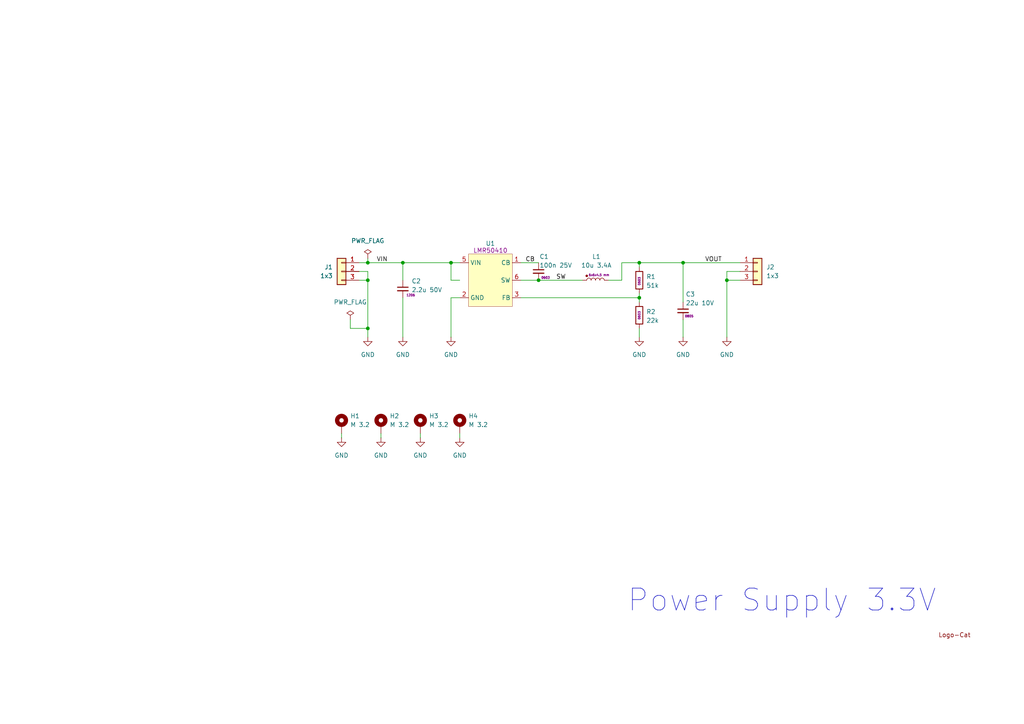
<source format=kicad_sch>
(kicad_sch (version 20250114) (generator "eeschema") (generator_version "9.0")
  (paper "A4")
  (lib_symbols
    (symbol "Actives:LMR50410"
      (property "Reference" "U" (at 0 10.668 0))
      (property "MOC" "LMR50410" (at 0 8.636 0))
      (symbol "LMR50410_1_1"
        (rectangle (start -6.35 7.62) (end 6.35 -7.62) (stroke (width 0.0064)) (fill (type background)))
        (pin power_in line (at -8.89 5.08 0) (length 2.54) (name "VIN") (number "5"))
        (pin input line (at -8.89 0 0) (length 2.54) (hide yes) (name "EN") (number "4"))
        (pin passive line (at -8.89 -5.08 0) (length 2.54) (name "GND") (number "2"))
        (pin output line (at 8.89 5.08 180) (length 2.54) (name "CB") (number "1"))
        (pin output line (at 8.89 0 180) (length 2.54) (name "SW") (number "6"))
        (pin input line (at 8.89 -5.08 180) (length 2.54) (name "FB") (number "3"))
      )
    )
    (symbol "Passives:C_100n_25V_0603" (pin_numbers (hide yes)) (pin_names (offset 0.254) (hide yes))
      (property "Reference" "C" (at 0.254 1.778 0))
      (property "Value" "100n 25V" (at 0.254 -2.032 0))
      (property "Size" "0603" (at 1.778 -1.524 0))
      (symbol "C_100n_25V_0603_0_1"
        (polyline (pts (xy -1.524 0.508) (xy 1.524 0.508)) (stroke (width 0.3048)))
        (polyline (pts (xy -1.524 -0.508) (xy 1.524 -0.508)) (stroke (width 0.3302)))
      )
      (symbol "C_100n_25V_0603_1_1"
        (pin passive line (at 0 2.54 270) (length 2.032) (name "~") (number "1"))
        (pin passive line (at 0 -2.54 90) (length 2.032) (name "~") (number "2"))
      )
    )
    (symbol "Passives:C_2.2u_50V_1206" (pin_numbers (hide yes)) (pin_names (offset 0.254) (hide yes))
      (property "Reference" "C" (at 0.254 1.778 0))
      (property "Value" "2.2u 50V" (at 0.254 -2.032 0))
      (property "Size" "1206" (at 1.524 -1.524 0))
      (symbol "C_2.2u_50V_1206_0_1"
        (polyline (pts (xy -1.524 0.508) (xy 1.524 0.508)) (stroke (width 0.3048)))
        (polyline (pts (xy -1.524 -0.508) (xy 1.524 -0.508)) (stroke (width 0.3302)))
      )
      (symbol "C_2.2u_50V_1206_1_1"
        (pin passive line (at 0 2.54 270) (length 2.032) (name "~") (number "1"))
        (pin passive line (at 0 -2.54 90) (length 2.032) (name "~") (number "2"))
      )
    )
    (symbol "Passives:C_22u_10V_0805" (pin_numbers (hide yes)) (pin_names (offset 0.254) (hide yes))
      (property "Reference" "C" (at 0.254 1.778 0))
      (property "Value" "22u 10V" (at 0.254 -2.032 0))
      (property "Size" "0805" (at 1.27 -1.27 0))
      (symbol "C_22u_10V_0805_0_1"
        (polyline (pts (xy -1.524 0.508) (xy 1.524 0.508)) (stroke (width 0.3048)))
        (polyline (pts (xy -1.524 -0.508) (xy 1.524 -0.508)) (stroke (width 0.3302)))
      )
      (symbol "C_22u_10V_0805_1_1"
        (pin passive line (at 0 2.54 270) (length 2.032) (name "~") (number "1"))
        (pin passive line (at 0 -2.54 90) (length 2.032) (name "~") (number "2"))
      )
    )
    (symbol "Passives:L_10u_3.4A" (pin_numbers (hide yes)) (pin_names (offset 1.016) (hide yes))
      (property "Reference" "L" (at -1.27 0 90))
      (property "Value" "10u 3.4A" (at 1.905 0 90))
      (property "Size" "6x6x4.5 mm" (at 3.048 -3.048 0))
      (symbol "L_10u_3.4A_0_1"
        (arc (start 0 2.54) (mid 0.6323 1.905) (end 0 1.27))
        (arc (start 0 1.27) (mid 0.6323 0.635) (end 0 0))
        (arc (start 0 0) (mid 0.6323 -0.635) (end 0 -1.27))
        (arc (start 0 -1.27) (mid 0.6323 -1.905) (end 0 -2.54))
      )
      (symbol "L_10u_3.4A_1_1"
        (circle (center 1.27 2.54) (radius 0.2707) (fill (type outline)))
        (pin passive line (at 0 3.81 270) (length 1.27) (name "1") (number "1"))
        (pin passive line (at 0 -3.81 90) (length 1.27) (name "2") (number "2"))
      )
    )
    (symbol "Passives:Logo_Cat" (pin_numbers (hide yes)) (pin_names (hide yes))
      (symbol "Logo_Cat_1_1"
        (text "Logo-Cat" (at 0 0 0) (effects (font (size 1.27 1.27))))
      )
    )
    (symbol "Passives:MountingHole_Pad" (pin_numbers (hide yes)) (pin_names (offset 1.016) (hide yes)) (in_bom no)
      (property "Reference" "H" (at 0 6.35 0))
      (property "Value" "M 3.2" (at 0 4.445 0))
      (symbol "MountingHole_Pad_0_1"
        (circle (center 0 1.27) (radius 1.27) (stroke (width 1.27)))
      )
      (symbol "MountingHole_Pad_1_1"
        (pin input line (at 0 -2.54 90) (length 2.54) (name "1") (number "1"))
      )
    )
    (symbol "Passives:PinHeader_1x3_2.54mm" (pin_names (offset 1.016) (hide yes))
      (property "Reference" "J" (at 0 5.08 0))
      (property "Value" "1x3" (at 0 -5.08 0))
      (symbol "PinHeader_1x3_2.54mm_1_1"
        (rectangle (start -1.27 3.81) (end 1.27 -3.81) (stroke (width 0.254)) (fill (type background)))
        (rectangle (start -1.27 2.667) (end 0 2.413) (stroke (width 0.1524)))
        (rectangle (start -1.27 0.127) (end 0 -0.127) (stroke (width 0.1524)))
        (rectangle (start -1.27 -2.413) (end 0 -2.667) (stroke (width 0.1524)))
        (pin passive line (at -5.08 2.54 0) (length 3.81) (name "Pin_1") (number "1"))
        (pin passive line (at -5.08 0 0) (length 3.81) (name "Pin_2") (number "2"))
        (pin passive line (at -5.08 -2.54 0) (length 3.81) (name "Pin_3") (number "3"))
      )
    )
    (symbol "Passives:R_22k_0603" (pin_numbers (hide yes)) (pin_names (offset 0))
      (property "Reference" "R" (at 2.032 0 90))
      (property "Value" "22k" (at 0 0 90))
      (property "Size" "0603" (at 0 -0.254 90))
      (symbol "R_22k_0603_0_1"
        (rectangle (start -1.016 -2.54) (end 1.016 2.54) (stroke (width 0.254)))
      )
      (symbol "R_22k_0603_1_1"
        (pin passive line (at 0 3.81 270) (length 1.27) (name "~") (number "1"))
        (pin passive line (at 0 -3.81 90) (length 1.27) (name "~") (number "2"))
      )
    )
    (symbol "Passives:R_51k_0603" (pin_numbers (hide yes)) (pin_names (offset 0))
      (property "Reference" "R" (at 2.032 0 90))
      (property "Value" "51k" (at 0 0 90))
      (property "Size" "0603" (at 2.032 -3.81 90))
      (symbol "R_51k_0603_0_1"
        (rectangle (start -1.016 -2.54) (end 1.016 2.54) (stroke (width 0.254)))
      )
      (symbol "R_51k_0603_1_1"
        (pin passive line (at 0 3.81 270) (length 1.27) (name "~") (number "1"))
        (pin passive line (at 0 -3.81 90) (length 1.27) (name "~") (number "2"))
      )
    )
    (symbol "power:GND" (power) (pin_numbers (hide yes)) (pin_names (offset 0) (hide yes))
      (property "Value" "GND" (at 0 -3.81 0))
      (symbol "GND_0_1"
        (polyline (pts (xy 0 0) (xy 0 -1.27) (xy 1.27 -1.27) (xy 0 -2.54) (xy -1.27 -1.27) (xy 0 -1.27)))
      )
      (symbol "GND_1_1"
        (pin power_in line (at 0 0 270) (length 0) (name "~") (number "1"))
      )
    )
    (symbol "power:PWR_FLAG" (power) (pin_numbers (hide yes)) (pin_names (offset 0) (hide yes))
      (property "Value" "PWR_FLAG" (at 0 3.81 0))
      (symbol "PWR_FLAG_0_0"
        (pin power_out line (at 0 0 90) (length 0) (name "~") (number "1"))
      )
      (symbol "PWR_FLAG_0_1"
        (polyline (pts (xy 0 0) (xy 0 1.27) (xy -1.016 1.905) (xy 0 2.54) (xy 1.016 1.905) (xy 0 1.27)))
      )
    )
  )
  (text "Power Supply 3.3V" (at 226.822 174.244 0) (effects (font (size 6.35 6.35))))
  (junction (at 116.84 76.2))
  (junction (at 106.68 95.25))
  (junction (at 210.82 81.28))
  (junction (at 185.42 86.36))
  (junction (at 106.68 81.28))
  (junction (at 185.42 76.2))
  (junction (at 198.12 76.2))
  (junction (at 106.68 76.2))
  (junction (at 156.21 81.28))
  (junction (at 130.81 76.2))
  (wire (pts (xy 185.42 85.09) (xy 185.42 86.36)))
  (wire (pts (xy 198.12 92.71) (xy 198.12 97.79)))
  (wire (pts (xy 210.82 97.79) (xy 210.82 81.28)))
  (wire (pts (xy 104.14 81.28) (xy 106.68 81.28)))
  (wire (pts (xy 210.82 81.28) (xy 214.63 81.28)))
  (wire (pts (xy 180.34 76.2) (xy 185.42 76.2)))
  (wire (pts (xy 133.35 81.28) (xy 130.81 81.28)))
  (wire (pts (xy 198.12 76.2) (xy 214.63 76.2)))
  (wire (pts (xy 106.68 74.93) (xy 106.68 76.2)))
  (wire (pts (xy 130.81 76.2) (xy 130.81 81.28)))
  (wire (pts (xy 116.84 86.36) (xy 116.84 97.79)))
  (wire (pts (xy 185.42 76.2) (xy 198.12 76.2)))
  (wire (pts (xy 151.13 81.28) (xy 156.21 81.28)))
  (wire (pts (xy 106.68 81.28) (xy 106.68 95.25)))
  (wire (pts (xy 110.49 125.73) (xy 110.49 127)))
  (wire (pts (xy 133.35 125.73) (xy 133.35 127)))
  (wire (pts (xy 185.42 95.25) (xy 185.42 97.79)))
  (wire (pts (xy 210.82 81.28) (xy 210.82 78.74)))
  (wire (pts (xy 104.14 78.74) (xy 106.68 78.74)))
  (wire (pts (xy 116.84 76.2) (xy 130.81 76.2)))
  (wire (pts (xy 121.92 125.73) (xy 121.92 127)))
  (wire (pts (xy 101.6 92.71) (xy 101.6 95.25)))
  (wire (pts (xy 180.34 81.28) (xy 180.34 76.2)))
  (wire (pts (xy 133.35 86.36) (xy 130.81 86.36)))
  (wire (pts (xy 104.14 76.2) (xy 106.68 76.2)))
  (wire (pts (xy 210.82 78.74) (xy 214.63 78.74)))
  (wire (pts (xy 130.81 76.2) (xy 133.35 76.2)))
  (wire (pts (xy 151.13 86.36) (xy 185.42 86.36)))
  (wire (pts (xy 106.68 76.2) (xy 116.84 76.2)))
  (wire (pts (xy 151.13 76.2) (xy 156.21 76.2)))
  (wire (pts (xy 101.6 95.25) (xy 106.68 95.25)))
  (wire (pts (xy 99.06 125.73) (xy 99.06 127)))
  (wire (pts (xy 116.84 81.28) (xy 116.84 76.2)))
  (wire (pts (xy 156.21 81.28) (xy 168.91 81.28)))
  (wire (pts (xy 185.42 86.36) (xy 185.42 87.63)))
  (wire (pts (xy 106.68 78.74) (xy 106.68 81.28)))
  (wire (pts (xy 198.12 76.2) (xy 198.12 87.63)))
  (wire (pts (xy 130.81 86.36) (xy 130.81 97.79)))
  (wire (pts (xy 185.42 76.2) (xy 185.42 77.47)))
  (wire (pts (xy 176.53 81.28) (xy 180.34 81.28)))
  (wire (pts (xy 106.68 95.25) (xy 106.68 97.79)))
  (label "VIN" (at 109.22 76.2 0))
  (label "SW" (at 161.29 81.28 0))
  (label "VOUT" (at 204.47 76.2 0))
  (label "CB" (at 152.4 76.2 0))
  (symbol (lib_id "power:GND") (at 198.12 97.79 0) (unit 1)
    (property "Reference" "#PWR8" (effects (hide yes)))
    (property "Value" "GND" (at 198.12 102.87 0))
    (property "Description" "Power symbol creates a global label with name \"GND\" , ground" (effects (hide yes)))
  )
  (symbol (lib_id "power:GND") (at 106.68 97.79 0) (unit 1)
    (property "Reference" "#PWR7" (effects (hide yes)))
    (property "Value" "GND" (at 106.68 102.87 0))
    (property "Description" "Power symbol creates a global label with name \"GND\" , ground" (effects (hide yes)))
  )
  (symbol (lib_id "Passives:C_100n_25V_0603") (at 156.21 78.74 0) (unit 1)
    (property "Reference" "C1" (at 156.464 74.422 0) (effects (justify left)))
    (property "Value" "100n 25V" (at 156.464 76.962 0) (effects (justify left)))
    (property "Footprint" "PowerSupply:C_0603_1608Metric" (effects (hide yes)))
    (property "Datasheet" "https://www.yageogroup.com/content/datasheet/asset/file/UPY-GPHC_X7R_6_3V-TO-250V" (effects (hide yes)))
    (property "Description" "0603, 100n, 25V, X7R" (effects (hide yes)))
    (property "MOC" "CC0603KRX7R8BB104" (effects (hide yes)))
    (property "Suppier" "Digikey" (effects (hide yes)))
    (property "Size" "0603" (at 156.972 80.518 0) (effects (font (size 0.635 0.635)) (justify left)))
  )
  (symbol (lib_id "Passives:L_10u_3.4A") (at 172.72 81.28 90) (unit 1)
    (property "Reference" "L1" (at 172.974 74.422 90))
    (property "Value" "10u 3.4A" (at 172.974 76.962 90))
    (property "Footprint" "PowerSupply:L_VLS6045EX" (effects (hide yes)))
    (property "Datasheet" "https://www.digikey.de/de/products/detail/tdk-corporation/vls6045ex-100m/5057822" (effects (hide yes)))
    (property "Description" "Inductor 10UH 3.4A 61 mOhm SMD, 6x6x4.5 mm" (effects (hide yes)))
    (property "MOC" "VLS6045EX-100M" (effects (hide yes)))
    (property "Supplier" "Digikey" (effects (hide yes)))
    (property "Size" "6x6x4.5 mm" (at 173.736 79.756 90) (effects (font (size 0.635 0.635))))
  )
  (symbol (lib_id "Passives:PinHeader_1x3_2.54mm") (at 99.06 78.74 0) (mirror y) (unit 1)
    (property "Reference" "J1" (at 96.52 77.4699 0) (effects (justify left)))
    (property "Value" "1x3" (at 96.52 80.0099 0) (effects (justify left)))
    (property "Footprint" "PowerSupply:PinHeader_1x03_P2.54mm_Vertical" (effects (hide yes)))
    (property "Datasheet" "https://app.adam-tech.com/products/download/data_sheet/202065/ph2-xx-ua-data-sheet.pdf" (effects (hide yes)))
    (property "Description" "Generic connector, single row, 01x03, script generated (kicad-library-utils/schlib/autogen/connector/)" (effects (hide yes)))
    (property "MOC" "PH2-20-UA" (effects (hide yes)))
    (property "Supplier" "DigiKey" (effects (hide yes)))
  )
  (symbol (lib_id "Passives:MountingHole_Pad") (at 99.06 123.19 0) (unit 1) (in_bom no)
    (property "Reference" "H1" (at 101.6 120.6499 0) (effects (justify left)))
    (property "Value" "M 3.2" (at 101.6 123.1899 0) (effects (justify left)))
    (property "Footprint" "PowerSupply:MountingHole_3.2mm_M3_DIN965_Pad" (effects (hide yes)))
    (property "Description" "Mounting Hole with connection" (effects (hide yes)))
  )
  (symbol (lib_id "Passives:MountingHole_Pad") (at 133.35 123.19 0) (unit 1) (in_bom no)
    (property "Reference" "H4" (at 135.89 120.6499 0) (effects (justify left)))
    (property "Value" "M 3.2" (at 135.89 123.1899 0) (effects (justify left)))
    (property "Footprint" "PowerSupply:MountingHole_3.2mm_M3_DIN965_Pad" (effects (hide yes)))
    (property "Description" "Mounting Hole with connection" (effects (hide yes)))
  )
  (symbol (lib_id "power:PWR_FLAG") (at 101.6 92.71 0) (unit 1)
    (property "Reference" "#FLG02" (effects (hide yes)))
    (property "Value" "PWR_FLAG" (at 101.6 87.63 0))
    (property "Description" "Special symbol for telling ERC where power comes from" (effects (hide yes)))
  )
  (symbol (lib_id "Passives:MountingHole_Pad") (at 121.92 123.19 0) (unit 1) (in_bom no)
    (property "Reference" "H3" (at 124.46 120.6499 0) (effects (justify left)))
    (property "Value" "M 3.2" (at 124.46 123.1899 0) (effects (justify left)))
    (property "Footprint" "PowerSupply:MountingHole_3.2mm_M3_DIN965_Pad" (effects (hide yes)))
    (property "Description" "Mounting Hole with connection" (effects (hide yes)))
  )
  (symbol (lib_id "Passives:Logo_Cat") (at 276.86 184.15 0) (unit 1) (in_bom no)
    (property "Reference" "Logo2" (effects (hide yes)))
    (property "Footprint" "PowerSupply:Logo_Cat" (effects (hide yes)))
    (property "Description" "Logo, Cat, 12x12 mm, silk" (effects (hide yes)))
  )
  (symbol (lib_id "power:GND") (at 130.81 97.79 0) (unit 1)
    (property "Reference" "#PWR6" (effects (hide yes)))
    (property "Value" "GND" (at 130.81 102.87 0))
    (property "Description" "Power symbol creates a global label with name \"GND\" , ground" (effects (hide yes)))
  )
  (symbol (lib_id "power:GND") (at 121.92 127 0) (unit 1)
    (property "Reference" "#PWR3" (effects (hide yes)))
    (property "Value" "GND" (at 121.92 132.08 0))
    (property "Description" "Power symbol creates a global label with name \"GND\" , ground" (effects (hide yes)))
  )
  (symbol (lib_id "Actives:LMR50410") (at 142.24 81.28 0) (unit 1)
    (property "Reference" "U1" (at 142.24 70.612 0))
    (property "Value" "LMR50410" (effects (hide yes)))
    (property "Footprint" "PowerSupply:SOT-23-6" (effects (hide yes)))
    (property "Datasheet" "kicad-embed://lmr50410.pdf" (effects (hide yes)))
    (property "Description" "Buck 4-36-V, 1-A LMR50410" (effects (hide yes)))
    (property "MOC" "LMR50410" (at 142.24 72.644 0))
    (property "Supplied" "Digikey" (effects (hide yes)))
  )
  (symbol (lib_id "Passives:MountingHole_Pad") (at 110.49 123.19 0) (unit 1) (in_bom no)
    (property "Reference" "H2" (at 113.03 120.6499 0) (effects (justify left)))
    (property "Value" "M 3.2" (at 113.03 123.1899 0) (effects (justify left)))
    (property "Footprint" "PowerSupply:MountingHole_3.2mm_M3_DIN965_Pad" (effects (hide yes)))
    (property "Description" "Mounting Hole with connection" (effects (hide yes)))
  )
  (symbol (lib_id "power:GND") (at 116.84 97.79 0) (unit 1)
    (property "Reference" "#PWR5" (effects (hide yes)))
    (property "Value" "GND" (at 116.84 102.87 0))
    (property "Description" "Power symbol creates a global label with name \"GND\" , ground" (effects (hide yes)))
  )
  (symbol (lib_id "Passives:R_22k_0603") (at 185.42 91.44 0) (unit 1)
    (property "Reference" "R2" (at 187.452 90.424 0) (effects (justify left)))
    (property "Value" "22k" (at 187.452 92.964 0) (effects (justify left)))
    (property "Footprint" "PowerSupply:R_0603_1608Metric" (effects (hide yes)))
    (property "Datasheet" "https://www.koaspeer.com/pdfs/RK73H.pdf" (effects (hide yes)))
    (property "Description" "22k, 1%, 0603" (effects (hide yes)))
    (property "MOC" "RK73H1JTTD2202F" (effects (hide yes)))
    (property "Supplier" "DigiKey" (effects (hide yes)))
    (property "Size" "0603" (at 185.42 92.71 90) (effects (font (size 0.635 0.635)) (justify left)))
  )
  (symbol (lib_id "Passives:PinHeader_1x3_2.54mm") (at 219.71 78.74 0) (unit 1)
    (property "Reference" "J2" (at 222.25 77.4699 0) (effects (justify left)))
    (property "Value" "1x3" (at 222.25 80.0099 0) (effects (justify left)))
    (property "Footprint" "PowerSupply:PinHeader_1x03_P2.54mm_Vertical" (effects (hide yes)))
    (property "Datasheet" "https://app.adam-tech.com/products/download/data_sheet/202065/ph2-xx-ua-data-sheet.pdf" (effects (hide yes)))
    (property "Description" "Generic connector, single row, 01x03, script generated (kicad-library-utils/schlib/autogen/connector/)" (effects (hide yes)))
    (property "MOC" "PH2-20-UA" (effects (hide yes)))
    (property "Supplier" "DigiKey" (effects (hide yes)))
  )
  (symbol (lib_id "power:GND") (at 133.35 127 0) (unit 1)
    (property "Reference" "#PWR4" (effects (hide yes)))
    (property "Value" "GND" (at 133.35 132.08 0))
    (property "Description" "Power symbol creates a global label with name \"GND\" , ground" (effects (hide yes)))
  )
  (symbol (lib_id "Passives:C_2.2u_50V_1206") (at 116.84 83.82 0) (unit 1)
    (property "Reference" "C2" (at 119.38 81.534 0) (effects (justify left)))
    (property "Value" "2.2u 50V" (at 119.38 84.074 0) (effects (justify left)))
    (property "Footprint" "PowerSupply:C_1206_3216Metric" (effects (hide yes)))
    (property "Datasheet" "https://pim.murata.com/en-sg/pim/details/?partNum=GCJ31CR71H225KA12%23&displayChangeClass=productDetailPrint" (effects (hide yes)))
    (property "Description" "1206, 2.2u, 50V, X7R" (effects (hide yes)))
    (property "MOC" "GCJ31CR71H225KA12L" (effects (hide yes)))
    (property "Suppier" "Digikey" (effects (hide yes)))
    (property "Size" "1206" (at 117.856 85.598 0) (effects (font (size 0.635 0.635)) (justify left)))
  )
  (symbol (lib_id "power:GND") (at 110.49 127 0) (unit 1)
    (property "Reference" "#PWR2" (effects (hide yes)))
    (property "Value" "GND" (at 110.49 132.08 0))
    (property "Description" "Power symbol creates a global label with name \"GND\" , ground" (effects (hide yes)))
  )
  (symbol (lib_id "Passives:R_51k_0603") (at 185.42 81.28 0) (unit 1)
    (property "Reference" "R1" (at 187.452 80.264 0) (effects (justify left)))
    (property "Value" "51k" (at 187.452 82.804 0) (effects (justify left)))
    (property "Footprint" "PowerSupply:R_0603_1608Metric" (effects (hide yes)))
    (property "Datasheet" "https://www.koaspeer.com/pdfs/RK73H.pdf" (effects (hide yes)))
    (property "Description" "51k, 1%, 0603" (effects (hide yes)))
    (property "MOC" "RK73H1JTTD5102F" (effects (hide yes)))
    (property "Supplier" "DigiKey" (effects (hide yes)))
    (property "Size" "0603" (at 185.42 82.804 90) (effects (font (size 0.635 0.635)) (justify left)))
  )
  (symbol (lib_id "power:GND") (at 210.82 97.79 0) (unit 1)
    (property "Reference" "#PWR010" (effects (hide yes)))
    (property "Value" "GND" (at 210.82 102.87 0))
    (property "Description" "Power symbol creates a global label with name \"GND\" , ground" (effects (hide yes)))
  )
  (symbol (lib_id "power:PWR_FLAG") (at 106.68 74.93 0) (unit 1)
    (property "Reference" "#FLG01" (effects (hide yes)))
    (property "Value" "PWR_FLAG" (at 106.68 69.85 0))
    (property "Description" "Special symbol for telling ERC where power comes from" (effects (hide yes)))
  )
  (symbol (lib_id "power:GND") (at 99.06 127 0) (unit 1)
    (property "Reference" "#PWR1" (effects (hide yes)))
    (property "Value" "GND" (at 99.06 132.08 0))
    (property "Description" "Power symbol creates a global label with name \"GND\" , ground" (effects (hide yes)))
  )
  (symbol (lib_id "power:GND") (at 185.42 97.79 0) (unit 1)
    (property "Reference" "#PWR09" (effects (hide yes)))
    (property "Value" "GND" (at 185.42 102.87 0))
    (property "Description" "Power symbol creates a global label with name \"GND\" , ground" (effects (hide yes)))
  )
  (symbol (lib_id "Passives:C_22u_10V_0805") (at 198.12 90.17 0) (unit 1)
    (property "Reference" "C3" (at 198.882 85.344 0) (effects (justify left)))
    (property "Value" "22u 10V" (at 198.882 87.884 0) (effects (justify left)))
    (property "Footprint" "PowerSupply:C_0805_2012Metric" (effects (hide yes)))
    (property "Datasheet" "https://search.murata.co.jp/Ceramy/image/img/A01X/G101/ENG/GRM21BD71A226ME44-01.pdf" (effects (hide yes)))
    (property "Description" "0805, 22u, 10V, X7R" (effects (hide yes)))
    (property "MOC" "GRM21BD71A226ME44L" (effects (hide yes)))
    (property "Suppier" "Digikey" (effects (hide yes)))
    (property "Size" "0805" (at 198.628 91.694 0) (effects (font (size 0.635 0.635)) (justify left)))
  )
)
</source>
